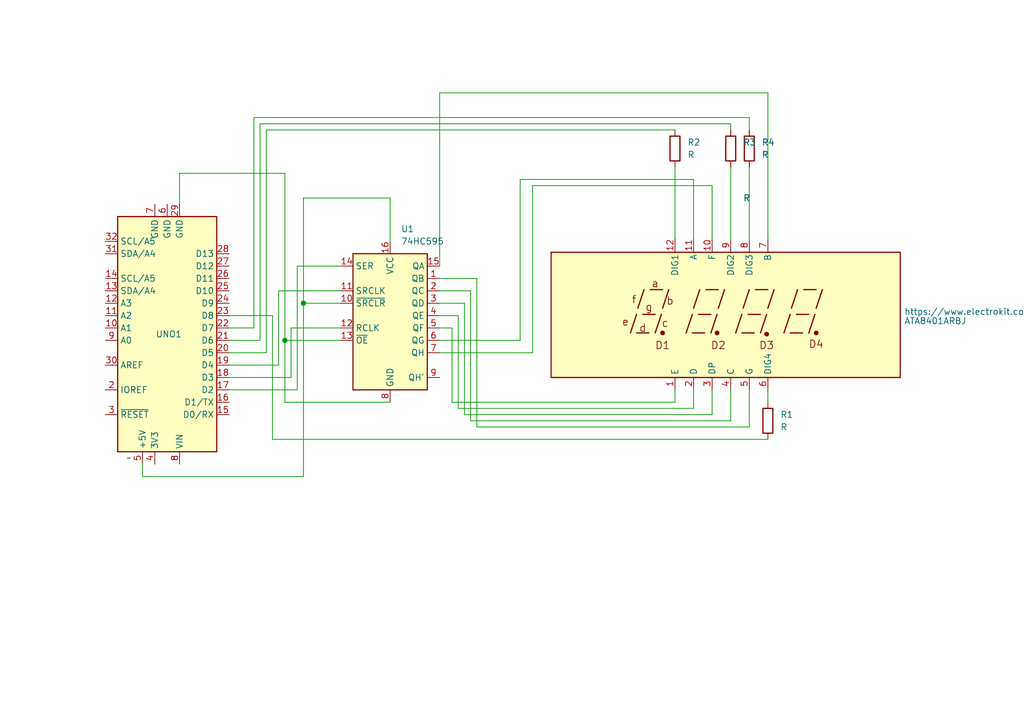
<source format=kicad_sch>
(kicad_sch (version 20231120) (generator "eeschema") (generator_version "8.0")
  (paper "A5")
  (title_block (title "Test PCB") (date "2024-08-05"))
  (lib_symbols
    (symbol "74xx:74HC595"
      (property "Reference" "U" (at -7.62 13.97 0))
      (property "Value" "74HC595" (at -7.62 -16.51 0))
      (symbol "74HC595_1_0"
        (pin tri_state line (at 10.16 7.62 180) (length 2.54) (name "QB") (number "1"))
        (pin input line (at -10.16 2.54 0) (length 2.54) (name "~{SRCLR}") (number "10"))
        (pin input line (at -10.16 5.08 0) (length 2.54) (name "SRCLK") (number "11"))
        (pin input line (at -10.16 -2.54 0) (length 2.54) (name "RCLK") (number "12"))
        (pin input line (at -10.16 -5.08 0) (length 2.54) (name "~{OE}") (number "13"))
        (pin input line (at -10.16 10.16 0) (length 2.54) (name "SER") (number "14"))
        (pin tri_state line (at 10.16 10.16 180) (length 2.54) (name "QA") (number "15"))
        (pin power_in line (at 0 15.24 270) (length 2.54) (name "VCC") (number "16"))
        (pin tri_state line (at 10.16 5.08 180) (length 2.54) (name "QC") (number "2"))
        (pin tri_state line (at 10.16 2.54 180) (length 2.54) (name "QD") (number "3"))
        (pin tri_state line (at 10.16 0 180) (length 2.54) (name "QE") (number "4"))
        (pin tri_state line (at 10.16 -2.54 180) (length 2.54) (name "QF") (number "5"))
        (pin tri_state line (at 10.16 -5.08 180) (length 2.54) (name "QG") (number "6"))
        (pin tri_state line (at 10.16 -7.62 180) (length 2.54) (name "QH") (number "7"))
        (pin power_in line (at 0 -17.78 90) (length 2.54) (name "GND") (number "8"))
        (pin output line (at 10.16 -12.7 180) (length 2.54) (name "QH'") (number "9"))
      )
      (symbol "74HC595_1_1"
        (rectangle (start -7.62 12.7) (end 7.62 -15.24) (stroke (width 0.254)) (fill (type background)))
      )
    )
    (symbol "Device:R" (pin_numbers hide) (pin_names (offset 0))
      (property "Reference" "R" (at 2.032 0 90))
      (property "Value" "R" (at 0 0 90))
      (symbol "R_0_1"
        (rectangle (start -1.016 -2.54) (end 1.016 2.54) (stroke (width 0.254)))
      )
      (symbol "R_1_1"
        (pin passive line (at 0 3.81 270) (length 1.27) (name "~") (number "1"))
        (pin passive line (at 0 -3.81 90) (length 1.27) (name "~") (number "2"))
      )
    )
    (symbol "Local_Library:ATA8401ARBJ"
      (property "Reference" "https://www.electrokit.com/upload/product/41013/41013527/1LEDREDCC.pdf" (at 36.576 -9.398 0))
      (symbol "ATA8401ARBJ_0_0"
        (polyline (pts (xy 16.256 9.144) (xy 17.526 12.954)) (stroke (width 0.254)))
        (polyline (pts (xy 17.526 9.144) (xy 20.066 9.144)) (stroke (width 0.254)))
        (polyline (pts (xy 17.78 14.224) (xy 19.05 18.034)) (stroke (width 0.254)))
        (polyline (pts (xy 18.796 12.954) (xy 21.336 12.954)) (stroke (width 0.254)))
        (polyline (pts (xy 20.32 18.034) (xy 22.86 18.034)) (stroke (width 0.254)))
        (polyline (pts (xy 21.336 9.144) (xy 22.606 12.954)) (stroke (width 0.254)))
        (polyline (pts (xy 22.86 14.224) (xy 24.13 18.034)) (stroke (width 0.254)))
        (polyline (pts (xy 27.686 9.144) (xy 28.956 12.954)) (stroke (width 0.254)))
        (polyline (pts (xy 28.956 9.144) (xy 31.496 9.144)) (stroke (width 0.254)))
        (polyline (pts (xy 29.21 14.224) (xy 30.48 18.034)) (stroke (width 0.254)))
        (polyline (pts (xy 30.226 12.954) (xy 32.766 12.954)) (stroke (width 0.254)))
        (polyline (pts (xy 31.75 18.034) (xy 34.29 18.034)) (stroke (width 0.254)))
        (polyline (pts (xy 32.766 9.144) (xy 34.036 12.954)) (stroke (width 0.254)))
        (polyline (pts (xy 34.29 14.224) (xy 35.56 18.034)) (stroke (width 0.254)))
        (polyline (pts (xy 37.846 9.144) (xy 39.116 12.954)) (stroke (width 0.254)))
        (polyline (pts (xy 39.116 9.144) (xy 41.656 9.144)) (stroke (width 0.254)))
        (polyline (pts (xy 39.37 14.224) (xy 40.64 18.034)) (stroke (width 0.254)))
        (polyline (pts (xy 40.386 12.954) (xy 42.926 12.954)) (stroke (width 0.254)))
        (polyline (pts (xy 41.91 18.034) (xy 44.45 18.034)) (stroke (width 0.254)))
        (polyline (pts (xy 42.926 9.144) (xy 44.196 12.954)) (stroke (width 0.254)))
        (polyline (pts (xy 44.45 14.224) (xy 45.72 18.034)) (stroke (width 0.254)))
        (polyline (pts (xy 47.752 9.144) (xy 49.022 12.954)) (stroke (width 0.254)))
        (polyline (pts (xy 49.022 9.144) (xy 51.562 9.144)) (stroke (width 0.254)))
        (polyline (pts (xy 49.276 14.224) (xy 50.546 18.034)) (stroke (width 0.254)))
        (polyline (pts (xy 50.292 12.954) (xy 52.832 12.954)) (stroke (width 0.254)))
        (polyline (pts (xy 51.816 18.034) (xy 54.356 18.034)) (stroke (width 0.254)))
        (polyline (pts (xy 52.832 9.144) (xy 54.102 12.954)) (stroke (width 0.254)))
        (polyline (pts (xy 54.356 14.224) (xy 55.626 18.034)) (stroke (width 0.254)))
        (text "a" (at 21.336 19.304 0) (effects (font (size 1.524 1.524))))
        (text "b" (at 24.384 15.748 0) (effects (font (size 1.524 1.524))))
        (text "c" (at 23.368 11.176 0) (effects (font (size 1.524 1.524))))
        (text "d" (at 18.796 10.16 0) (effects (font (size 1.524 1.524))))
        (text "D1" (at 22.86 6.604 0) (effects (font (size 1.524 1.524))))
        (text "D2" (at 34.29 6.604 0) (effects (font (size 1.524 1.524))))
        (text "D3" (at 44.196 6.604 0) (effects (font (size 1.524 1.524))))
        (text "D4" (at 54.356 6.858 0) (effects (font (size 1.524 1.524))))
        (text "e" (at 15.24 11.43 0) (effects (font (size 1.524 1.524))))
        (text "f" (at 17.018 16.002 0) (effects (font (size 1.524 1.524))))
        (text "g" (at 20.066 14.478 0) (effects (font (size 1.524 1.524))))
      )
      (symbol "ATA8401ARBJ_0_1"
        (circle (center 22.86 9.144) (radius 0.3556) (stroke (width 0.254)) (fill (type outline)))
        (circle (center 34.036 9.144) (radius 0.3556) (stroke (width 0.254)) (fill (type outline)))
      )
      (symbol "ATA8401ARBJ_1_0"
        (circle (center 44.196 8.89) (radius 0.3556) (stroke (width 0.254)) (fill (type outline)))
        (circle (center 54.356 9.144) (radius 0.3556) (stroke (width 0.254)) (fill (type outline)))
      )
      (symbol "ATA8401ARBJ_1_1"
        (rectangle (start 0 25.7) (end 71.6 0) (stroke (width 0.254)) (fill (type background)))
        (pin input line (at 25.4 -2.54 90) (length 2.54) (name "E") (number "1"))
        (pin input line (at 33.02 28.4 270) (length 2.54) (name "F") (number "10"))
        (pin input line (at 29.21 28.4 270) (length 2.54) (name "A") (number "11"))
        (pin input line (at 25.4 28.4 270) (length 2.54) (name "DIG1") (number "12"))
        (pin input line (at 29.21 -2.54 90) (length 2.54) (name "D") (number "2"))
        (pin input line (at 33.02 -2.54 90) (length 2.54) (name "DP") (number "3"))
        (pin input line (at 36.83 -2.54 90) (length 2.54) (name "C") (number "4"))
        (pin input line (at 40.64 -2.54 90) (length 2.54) (name "G") (number "5"))
        (pin input line (at 44.45 -2.54 90) (length 2.54) (name "DIG4") (number "6"))
        (pin input line (at 44.45 28.4 270) (length 2.54) (name "B") (number "7"))
        (pin input line (at 40.64 28.4 270) (length 2.54) (name "DIG3") (number "8"))
        (pin input line (at 36.83 28.4 270) (length 2.54) (name "DIG2") (number "9"))
      )
    )
    (symbol "Local_Library:Arduino_UNO_R3_Outline"
      (property "Reference" "UNO" (at 0 0 0))
      (symbol "Arduino_UNO_R3_Outline_0_1"
        (rectangle (start -8.89 24.13) (end 11.43 -24.13) (stroke (width 0.254)) (fill (type background)))
      )
      (symbol "Arduino_UNO_R3_Outline_1_1"
        (pin no_connect line (at -8.89 -19.05 0) (length 2.54) hide (name "NC") (number "1"))
        (pin bidirectional line (at 13.97 -1.27 180) (length 2.54) (name "A1") (number "10"))
        (pin bidirectional line (at 13.97 -3.81 180) (length 2.54) (name "A2") (number "11"))
        (pin bidirectional line (at 13.97 -6.35 180) (length 2.54) (name "A3") (number "12"))
        (pin bidirectional line (at 13.97 -8.89 180) (length 2.54) (name "SDA/A4") (number "13"))
        (pin bidirectional line (at 13.97 -11.43 180) (length 2.54) (name "SCL/A5") (number "14"))
        (pin bidirectional line (at -11.43 16.51 0) (length 2.54) (name "D0/RX") (number "15"))
        (pin bidirectional line (at -11.43 13.97 0) (length 2.54) (name "D1/TX") (number "16"))
        (pin bidirectional line (at -11.43 11.43 0) (length 2.54) (name "D2") (number "17"))
        (pin bidirectional line (at -11.43 8.89 0) (length 2.54) (name "D3") (number "18"))
        (pin bidirectional line (at -11.43 6.35 0) (length 2.54) (name "D4") (number "19"))
        (pin output line (at 13.97 11.43 180) (length 2.54) (name "IOREF") (number "2"))
        (pin bidirectional line (at -11.43 3.81 0) (length 2.54) (name "D5") (number "20"))
        (pin bidirectional line (at -11.43 1.27 0) (length 2.54) (name "D6") (number "21"))
        (pin bidirectional line (at -11.43 -1.27 0) (length 2.54) (name "D7") (number "22"))
        (pin bidirectional line (at -11.43 -3.81 0) (length 2.54) (name "D8") (number "23"))
        (pin bidirectional line (at -11.43 -6.35 0) (length 2.54) (name "D9") (number "24"))
        (pin bidirectional line (at -11.43 -8.89 0) (length 2.54) (name "D10") (number "25"))
        (pin bidirectional line (at -11.43 -11.43 0) (length 2.54) (name "D11") (number "26"))
        (pin bidirectional line (at -11.43 -13.97 0) (length 2.54) (name "D12") (number "27"))
        (pin bidirectional line (at -11.43 -16.51 0) (length 2.54) (name "D13") (number "28"))
        (pin power_in line (at -1.27 -26.67 90) (length 2.54) (name "GND") (number "29"))
        (pin input line (at 13.97 16.51 180) (length 2.54) (name "~{RESET}") (number "3"))
        (pin input line (at 13.97 6.35 180) (length 2.54) (name "AREF") (number "30"))
        (pin bidirectional line (at 13.97 -16.51 180) (length 2.54) (name "SDA/A4") (number "31"))
        (pin bidirectional line (at 13.97 -19.05 180) (length 2.54) (name "SCL/A5") (number "32"))
        (pin power_out line (at 3.81 26.67 270) (length 2.54) (name "3V3") (number "4"))
        (pin power_out line (at 6.35 26.67 270) (length 2.54) (name "+5V") (number "5"))
        (pin power_in line (at 1.27 -26.67 90) (length 2.54) (name "GND") (number "6"))
        (pin power_in line (at 3.81 -26.67 90) (length 2.54) (name "GND") (number "7"))
        (pin power_in line (at -1.27 26.67 270) (length 2.54) (name "VIN") (number "8"))
        (pin bidirectional line (at 13.97 1.27 180) (length 2.54) (name "A0") (number "9"))
      )
    )
  )
  (junction (at 62.23 62.23))
  (junction (at 58.42 69.85))
  (wire (pts (xy 62.23 40.64) (xy 62.23 62.23)))
  (wire (pts (xy 142.24 83.82) (xy 142.24 80.01)))
  (wire (pts (xy 55.88 64.77) (xy 46.99 64.77)))
  (wire (pts (xy 149.86 86.36) (xy 149.86 80.01)))
  (wire (pts (xy 90.17 64.77) (xy 93.98 64.77)))
  (wire (pts (xy 69.85 69.85) (xy 58.42 69.85)))
  (wire (pts (xy 95.25 85.09) (xy 146.05 85.09)))
  (wire (pts (xy 149.86 34.29) (xy 149.86 49.07)))
  (wire (pts (xy 138.43 34.29) (xy 138.43 49.07)))
  (wire (pts (xy 80.01 40.64) (xy 80.01 49.53)))
  (wire (pts (xy 60.96 80.01) (xy 46.99 80.01)))
  (wire (pts (xy 69.85 67.31) (xy 59.69 67.31)))
  (wire (pts (xy 149.86 26.67) (xy 149.86 25.4)))
  (wire (pts (xy 97.79 57.15) (xy 97.79 87.63)))
  (wire (pts (xy 36.83 35.56) (xy 36.83 41.91)))
  (wire (pts (xy 92.71 82.55) (xy 138.43 82.55)))
  (wire (pts (xy 93.98 64.77) (xy 93.98 83.82)))
  (wire (pts (xy 90.17 69.85) (xy 106.68 69.85)))
  (wire (pts (xy 58.42 69.85) (xy 58.42 82.55)))
  (wire (pts (xy 157.48 19.05) (xy 90.17 19.05)))
  (wire (pts (xy 59.69 77.47) (xy 46.99 77.47)))
  (wire (pts (xy 90.17 59.69) (xy 96.52 59.69)))
  (wire (pts (xy 29.21 97.79) (xy 62.23 97.79)))
  (wire (pts (xy 93.98 83.82) (xy 142.24 83.82)))
  (wire (pts (xy 69.85 54.61) (xy 60.96 54.61)))
  (wire (pts (xy 92.71 67.31) (xy 92.71 82.55)))
  (wire (pts (xy 90.17 67.31) (xy 92.71 67.31)))
  (wire (pts (xy 54.61 26.67) (xy 54.61 72.39)))
  (wire (pts (xy 95.25 62.23) (xy 95.25 85.09)))
  (wire (pts (xy 96.52 86.36) (xy 149.86 86.36)))
  (wire (pts (xy 90.17 19.05) (xy 90.17 54.61)))
  (wire (pts (xy 90.17 62.23) (xy 95.25 62.23)))
  (wire (pts (xy 96.52 59.69) (xy 96.52 86.36)))
  (wire (pts (xy 58.42 69.85) (xy 58.42 35.56)))
  (wire (pts (xy 109.22 72.39) (xy 109.22 38.1)))
  (wire (pts (xy 54.61 72.39) (xy 46.99 72.39)))
  (wire (pts (xy 58.42 82.55) (xy 80.01 82.55)))
  (wire (pts (xy 109.22 38.1) (xy 146.05 38.1)))
  (wire (pts (xy 62.23 62.23) (xy 62.23 97.79)))
  (wire (pts (xy 157.48 19.05) (xy 157.48 49.07)))
  (wire (pts (xy 58.42 35.56) (xy 36.83 35.56)))
  (wire (pts (xy 57.15 59.69) (xy 57.15 74.93)))
  (wire (pts (xy 106.68 36.83) (xy 142.24 36.83)))
  (wire (pts (xy 157.48 90.17) (xy 55.88 90.17)))
  (wire (pts (xy 62.23 62.23) (xy 69.85 62.23)))
  (wire (pts (xy 55.88 90.17) (xy 55.88 64.77)))
  (wire (pts (xy 153.67 87.63) (xy 153.67 80.01)))
  (wire (pts (xy 69.85 59.69) (xy 57.15 59.69)))
  (wire (pts (xy 149.86 25.4) (xy 53.34 25.4)))
  (wire (pts (xy 153.67 26.67) (xy 153.67 24.13)))
  (wire (pts (xy 153.67 24.13) (xy 52.07 24.13)))
  (wire (pts (xy 138.43 26.67) (xy 54.61 26.67)))
  (wire (pts (xy 97.79 87.63) (xy 153.67 87.63)))
  (wire (pts (xy 62.23 40.64) (xy 80.01 40.64)))
  (wire (pts (xy 90.17 57.15) (xy 97.79 57.15)))
  (wire (pts (xy 157.48 80.01) (xy 157.48 82.55)))
  (wire (pts (xy 106.68 69.85) (xy 106.68 36.83)))
  (wire (pts (xy 52.07 67.31) (xy 46.99 67.31)))
  (wire (pts (xy 90.17 72.39) (xy 109.22 72.39)))
  (wire (pts (xy 53.34 69.85) (xy 46.99 69.85)))
  (wire (pts (xy 59.69 67.31) (xy 59.69 77.47)))
  (wire (pts (xy 60.96 54.61) (xy 60.96 80.01)))
  (wire (pts (xy 29.21 97.79) (xy 29.21 95.25)))
  (wire (pts (xy 57.15 74.93) (xy 46.99 74.93)))
  (wire (pts (xy 138.43 82.55) (xy 138.43 80.01)))
  (wire (pts (xy 53.34 25.4) (xy 53.34 69.85)))
  (wire (pts (xy 146.05 38.1) (xy 146.05 49.07)))
  (wire (pts (xy 153.67 34.29) (xy 153.67 49.07)))
  (wire (pts (xy 142.24 36.83) (xy 142.24 49.07)))
  (wire (pts (xy 146.05 85.09) (xy 146.05 80.01)))
  (wire (pts (xy 52.07 24.13) (xy 52.07 67.31)))
  (symbol (lib_id "Local_Library:Arduino_UNO_R3_Outline") (at 35.56 68.58 180) (unit 1)
    (property "Reference" "UNO1" (at 37.338 68.58 0) (effects (justify left)))
    (property "Value" "~" (at 27.0159 93.98 0) (effects (justify left)))
    (property "Footprint" "Local_Library:Arduino UNO R3 Outline" (effects (hide yes)))
  )
  (symbol (lib_id "Device:R") (at 157.48 86.36 0) (unit 1)
    (property "Reference" "R1" (at 160.02 85.0899 0) (effects (justify left)))
    (property "Value" "R" (at 160.02 87.6299 0) (effects (justify left)))
    (property "Footprint" "Resistor_THT:R_Axial_DIN0207_L6.3mm_D2.5mm_P10.16mm_Horizontal" (effects (hide yes)))
    (property "Description" "Resistor" (effects (hide yes)))
  )
  (symbol (lib_id "Device:R") (at 153.67 30.48 0) (unit 1)
    (property "Reference" "R4" (at 156.21 29.2099 0) (effects (justify left)))
    (property "Value" "R" (at 156.21 31.7499 0) (effects (justify left)))
    (property "Footprint" "Resistor_THT:R_Axial_DIN0207_L6.3mm_D2.5mm_P10.16mm_Horizontal" (effects (hide yes)))
    (property "Description" "Resistor" (effects (hide yes)))
  )
  (symbol (lib_id "Local_Library:ATA8401ARBJ") (at 113.03 77.47 0) (unit 1)
    (property "Reference" "https://www.electrokit.com/upload/product/41013/41013527/1LEDREDCC.pdf1" (at 185.42 63.9684 0) (effects (justify left)))
    (property "Value" "ATA8401ARBJ" (at 185.42 65.8735 0) (effects (justify left)))
    (property "Footprint" "Local_Library:ATA8401ARBJ" (effects (hide yes)))
  )
  (symbol (lib_id "Device:R") (at 138.43 30.48 0) (unit 1)
    (property "Reference" "R2" (at 140.97 29.2099 0) (effects (justify left)))
    (property "Value" "R" (at 140.97 31.7499 0) (effects (justify left)))
    (property "Footprint" "Resistor_THT:R_Axial_DIN0207_L6.3mm_D2.5mm_P10.16mm_Horizontal" (effects (hide yes)))
    (property "Description" "Resistor" (effects (hide yes)))
  )
  (symbol (lib_id "74xx:74HC595") (at 80.01 64.77 0) (unit 1)
    (property "Reference" "U1" (at 82.2041 46.99 0) (effects (justify left)))
    (property "Value" "74HC595" (at 82.2041 49.53 0) (effects (justify left)))
    (property "Footprint" "Package_DIP:DIP-16_W7.62mm_Socket" (effects (hide yes)))
    (property "Datasheet" "http://www.ti.com/lit/ds/symlink/sn74hc595.pdf" (effects (hide yes)))
    (property "Description" "8-bit serial in/out Shift Register 3-State Outputs" (effects (hide yes)))
  )
  (symbol (lib_id "Device:R") (at 149.86 30.48 0) (unit 1)
    (property "Reference" "R3" (at 152.4 29.2099 0) (effects (justify left)))
    (property "Value" "R" (at 152.4 40.6399 0) (effects (justify left)))
    (property "Footprint" "Resistor_THT:R_Axial_DIN0207_L6.3mm_D2.5mm_P10.16mm_Horizontal" (effects (hide yes)))
    (property "Description" "Resistor" (effects (hide yes)))
  )
)
</source>
